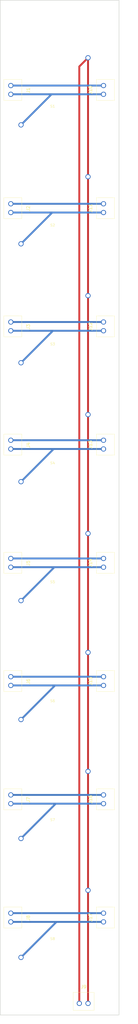
<source format=kicad_pcb>
(kicad_pcb (version 20211014) (generator pcbnew)
  (layers (0 "F.Cu" signal) (31 "B.Cu" signal) (34 "B.Paste" user) (35 "F.Paste" user) (36 "B.SilkS" user "B.Silkscreen") (37 "F.SilkS" user "F.Silkscreen") (38 "B.Mask" user) (39 "F.Mask" user) (44 "Edge.Cuts" user))
  (net 0 "")
  (net 1 "Net-(J10-Pad2)")
  (net 2 "Net-(J11-Pad2)")
  (net 3 "Net-(J12-Pad2)")
  (net 4 "Net-(J13-Pad2)")
  (net 5 "Net-(J14-Pad2)")
  (net 6 "Net-(J15-Pad2)")
  (net 7 "Net-(J16-Pad2)")
  (net 8 "Net-(J17-Pad1)")
  (net 9 "Net-(J17-Pad2)")
  (net 10 "Net-(J10-Pad1)")
  (net 11 "Net-(J11-Pad1)")
  (net 12 "Net-(J12-Pad1)")
  (net 13 "Net-(J13-Pad1)")
  (net 14 "Net-(J14-Pad1)")
  (net 15 "Net-(J15-Pad1)")
  (net 16 "Net-(J16-Pad1)")
  (net 17 "Net-(S1-Pad1)")
  (footprint "OQ0212500000G:OQ0212500000G" (layer "F.Cu") (at 65.6944 296.02974 -90)
    (fp_text reference "J15" (at 1.7526 5.2324 -90) (layer "F.SilkS") (effects (font (size 1.27 1.27) (thickness 0.254))))
    (fp_text value "OQ0212500000G" hide)
    (fp_line (start 5.95 -4.4) (end 5.95 2.8) (layer "F.SilkS") (width 0.1))
    (fp_line (start -2.45 2.8) (end -2.45 -4.4) (layer "F.SilkS") (width 0.1))
    (fp_line (start -2.45 -4.4) (end 5.95 -4.4) (layer "F.SilkS") (width 0.1))
    (fp_line (start 5.95 2.8) (end -2.45 2.8) (layer "F.SilkS") (width 0.1))
    (pad "1" thru_hole circle (at 0 0 270) (size 2.1 2.1) (drill 1.4) (layers *.Cu *.Mask) (net 15 "Net-(J15-Pad1)"))
    (pad "2" thru_hole circle (at 3.5 0 270) (size 2.1 2.1) (drill 1.4) (layers *.Cu *.Mask) (net 6 "Net-(J15-Pad2)"))
  )
  (footprint "OQ0212500000G:OQ0212500000G" (layer "F.Cu") (at 28.5242 59.2836 -90)
    (fp_text reference "J1" (at 1.905 -7.0104 90) (layer "F.SilkS") (effects (font (size 1.27 1.27) (thickness 0.254))))
    (fp_text value "OQ0212500000G" hide)
    (fp_line (start -2.45 2.8) (end -2.45 -4.4) (layer "F.SilkS") (width 0.1))
    (fp_line (start -2.45 -4.4) (end 5.95 -4.4) (layer "F.SilkS") (width 0.1))
    (fp_line (start 5.95 2.8) (end -2.45 2.8) (layer "F.SilkS") (width 0.1))
    (fp_line (start 5.95 -4.4) (end 5.95 2.8) (layer "F.SilkS") (width 0.1))
    (pad "1" thru_hole circle (at 0 0 270) (size 2.1 2.1) (drill 1.4) (layers *.Cu *.Mask) (net 10 "Net-(J10-Pad1)"))
    (pad "2" thru_hole circle (at 3.5 0 270) (size 2.1 2.1) (drill 1.4) (layers *.Cu *.Mask) (net 1 "Net-(J10-Pad2)"))
  )
  (footprint "GP560_V03:GP560_V03" (layer "F.Cu") (at 32.61 170.2986)
    (fp_text reference "S3" (at 12.6746 -7.4676 unlocked) (layer "F.SilkS"))
    (fp_text value "GP560_V03")
    (pad "1" thru_hole circle (at 26.87 -26.87) (size 2.1 2.1) (drill 1.4) (layers *.Cu *.Mask) (net 17 "Net-(S1-Pad1)"))
    (pad "2" thru_hole circle (at 0 0) (size 2.1 2.1) (drill 1.4) (layers *.Cu *.Mask) (net 3 "Net-(J12-Pad2)"))
  )
  (footprint "OQ0212500000G:OQ0212500000G" (layer "F.Cu") (at 65.6944 59.2836 -90)
    (fp_text reference "J10" (at 1.7526 5.2324 -90) (layer "F.SilkS") (effects (font (size 1.27 1.27) (thickness 0.254))))
    (fp_text value "OQ0212500000G" hide)
    (fp_line (start 5.95 -4.4) (end 5.95 2.8) (layer "F.SilkS") (width 0.1))
    (fp_line (start -2.45 -4.4) (end 5.95 -4.4) (layer "F.SilkS") (width 0.1))
    (fp_line (start 5.95 2.8) (end -2.45 2.8) (layer "F.SilkS") (width 0.1))
    (fp_line (start -2.45 2.8) (end -2.45 -4.4) (layer "F.SilkS") (width 0.1))
    (pad "1" thru_hole circle (at 0 0 270) (size 2.1 2.1) (drill 1.4) (layers *.Cu *.Mask) (net 10 "Net-(J10-Pad1)"))
    (pad "2" thru_hole circle (at 3.5 0 270) (size 2.1 2.1) (drill 1.4) (layers *.Cu *.Mask) (net 1 "Net-(J10-Pad2)"))
  )
  (footprint "GP560_V03:GP560_V03" (layer "F.Cu") (at 32.61 408.4486)
    (fp_text reference "S8" (at 12.6746 -7.4676 unlocked) (layer "F.SilkS"))
    (fp_text value "GP560_V03")
    (pad "1" thru_hole circle (at 26.87 -26.87) (size 2.1 2.1) (drill 1.4) (layers *.Cu *.Mask) (net 17 "Net-(S1-Pad1)"))
    (pad "2" thru_hole circle (at 0 0) (size 2.1 2.1) (drill 1.4) (layers *.Cu *.Mask) (net 9 "Net-(J17-Pad2)"))
  )
  (footprint "GP560_V03:GP560_V03" (layer "F.Cu") (at 32.61 122.6686)
    (fp_text reference "S2" (at 12.6746 -7.4676 unlocked) (layer "F.SilkS"))
    (fp_text value "GP560_V03")
    (pad "1" thru_hole circle (at 26.87 -26.87) (size 2.1 2.1) (drill 1.4) (layers *.Cu *.Mask) (net 17 "Net-(S1-Pad1)"))
    (pad "2" thru_hole circle (at 0 0) (size 2.1 2.1) (drill 1.4) (layers *.Cu *.Mask) (net 2 "Net-(J11-Pad2)"))
  )
  (footprint "OQ0212500000G:OQ0212500000G" (layer "F.Cu") (at 28.5242 248.680512 -90)
    (fp_text reference "J5" (at 1.905 -7.0104 90) (layer "F.SilkS") (effects (font (size 1.27 1.27) (thickness 0.254))))
    (fp_text value "OQ0212500000G" hide)
    (fp_line (start 5.95 2.8) (end -2.45 2.8) (layer "F.SilkS") (width 0.1))
    (fp_line (start -2.45 -4.4) (end 5.95 -4.4) (layer "F.SilkS") (width 0.1))
    (fp_line (start 5.95 -4.4) (end 5.95 2.8) (layer "F.SilkS") (width 0.1))
    (fp_line (start -2.45 2.8) (end -2.45 -4.4) (layer "F.SilkS") (width 0.1))
    (pad "1" thru_hole circle (at 0 0 270) (size 2.1 2.1) (drill 1.4) (layers *.Cu *.Mask) (net 14 "Net-(J14-Pad1)"))
    (pad "2" thru_hole circle (at 3.5 0 270) (size 2.1 2.1) (drill 1.4) (layers *.Cu *.Mask) (net 5 "Net-(J14-Pad2)"))
  )
  (footprint "OQ0212500000G:OQ0212500000G" (layer "F.Cu") (at 65.6944 201.331284 -90)
    (fp_text reference "J13" (at 1.7526 5.2324 -90) (layer "F.SilkS") (effects (font (size 1.27 1.27) (thickness 0.254))))
    (fp_text value "OQ0212500000G" hide)
    (fp_line (start -2.45 2.8) (end -2.45 -4.4) (layer "F.SilkS") (width 0.1))
    (fp_line (start 5.95 -4.4) (end 5.95 2.8) (layer "F.SilkS") (width 0.1))
    (fp_line (start -2.45 -4.4) (end 5.95 -4.4) (layer "F.SilkS") (width 0.1))
    (fp_line (start 5.95 2.8) (end -2.45 2.8) (layer "F.SilkS") (width 0.1))
    (pad "1" thru_hole circle (at 0 0 270) (size 2.1 2.1) (drill 1.4) (layers *.Cu *.Mask) (net 13 "Net-(J13-Pad1)"))
    (pad "2" thru_hole circle (at 3.5 0 270) (size 2.1 2.1) (drill 1.4) (layers *.Cu *.Mask) (net 4 "Net-(J13-Pad2)"))
  )
  (footprint "GP560_V03:GP560_V03" (layer "F.Cu") (at 32.61 265.5586)
    (fp_text reference "S5" (at 12.6746 -7.4676 unlocked) (layer "F.SilkS"))
    (fp_text value "GP560_V03")
    (pad "1" thru_hole circle (at 26.87 -26.87) (size 2.1 2.1) (drill 1.4) (layers *.Cu *.Mask) (net 17 "Net-(S1-Pad1)"))
    (pad "2" thru_hole circle (at 0 0) (size 2.1 2.1) (drill 1.4) (layers *.Cu *.Mask) (net 5 "Net-(J14-Pad2)"))
  )
  (footprint "OQ0212500000G:OQ0212500000G" (layer "F.Cu") (at 28.5242 390.7282 -90)
    (fp_text reference "J8" (at 1.905 -7.0104 90) (layer "F.SilkS") (effects (font (size 1.27 1.27) (thickness 0.254))))
    (fp_text value "OQ0212500000G" hide)
    (fp_line (start 5.95 -4.4) (end 5.95 2.8) (layer "F.SilkS") (width 0.1))
    (fp_line (start 5.95 2.8) (end -2.45 2.8) (layer "F.SilkS") (width 0.1))
    (fp_line (start -2.45 -4.4) (end 5.95 -4.4) (layer "F.SilkS") (width 0.1))
    (fp_line (start -2.45 2.8) (end -2.45 -4.4) (layer "F.SilkS") (width 0.1))
    (pad "1" thru_hole circle (at 0 0 270) (size 2.1 2.1) (drill 1.4) (layers *.Cu *.Mask) (net 8 "Net-(J17-Pad1)"))
    (pad "2" thru_hole circle (at 3.5 0 270) (size 2.1 2.1) (drill 1.4) (layers *.Cu *.Mask) (net 9 "Net-(J17-Pad2)"))
  )
  (footprint "GP560_V03:GP560_V03" (layer "F.Cu") (at 32.61 217.9286)
    (fp_text reference "S4" (at 12.6746 -7.4676 unlocked) (layer "F.SilkS"))
    (fp_text value "GP560_V03")
    (pad "1" thru_hole circle (at 26.87 -26.87) (size 2.1 2.1) (drill 1.4) (layers *.Cu *.Mask) (net 17 "Net-(S1-Pad1)"))
    (pad "2" thru_hole circle (at 0 0) (size 2.1 2.1) (drill 1.4) (layers *.Cu *.Mask) (net 4 "Net-(J13-Pad2)"))
  )
  (footprint "OQ0212500000G:OQ0212500000G" (layer "F.Cu") (at 28.5242 153.982056 -90)
    (fp_text reference "J3" (at 1.905 -7.0104 90) (layer "F.SilkS") (effects (font (size 1.27 1.27) (thickness 0.254))))
    (fp_text value "OQ0212500000G" hide)
    (fp_line (start 5.95 -4.4) (end 5.95 2.8) (layer "F.SilkS") (width 0.1))
    (fp_line (start -2.45 2.8) (end -2.45 -4.4) (layer "F.SilkS") (width 0.1))
    (fp_line (start 5.95 2.8) (end -2.45 2.8) (layer "F.SilkS") (width 0.1))
    (fp_line (start -2.45 -4.4) (end 5.95 -4.4) (layer "F.SilkS") (width 0.1))
    (pad "1" thru_hole circle (at 0 0 270) (size 2.1 2.1) (drill 1.4) (layers *.Cu *.Mask) (net 12 "Net-(J12-Pad1)"))
    (pad "2" thru_hole circle (at 3.5 0 270) (size 2.1 2.1) (drill 1.4) (layers *.Cu *.Mask) (net 3 "Net-(J12-Pad2)"))
  )
  (footprint "OQ0212500000G:OQ0212500000G" (layer "F.Cu") (at 28.5242 343.378968 -90)
    (fp_text reference "J7" (at 1.905 -7.0104 90) (layer "F.SilkS") (effects (font (size 1.27 1.27) (thickness 0.254))))
    (fp_text value "OQ0212500000G" hide)
    (fp_line (start -2.45 -4.4) (end 5.95 -4.4) (layer "F.SilkS") (width 0.1))
    (fp_line (start 5.95 2.8) (end -2.45 2.8) (layer "F.SilkS") (width 0.1))
    (fp_line (start -2.45 2.8) (end -2.45 -4.4) (layer "F.SilkS") (width 0.1))
    (fp_line (start 5.95 -4.4) (end 5.95 2.8) (layer "F.SilkS") (width 0.1))
    (pad "1" thru_hole circle (at 0 0 270) (size 2.1 2.1) (drill 1.4) (layers *.Cu *.Mask) (net 16 "Net-(J16-Pad1)"))
    (pad "2" thru_hole circle (at 3.5 0 270) (size 2.1 2.1) (drill 1.4) (layers *.Cu *.Mask) (net 7 "Net-(J16-Pad2)"))
  )
  (footprint "OQ0212500000G:OQ0212500000G" (layer "F.Cu") (at 65.6944 106.632828 -90)
    (fp_text reference "J11" (at 1.7526 5.2324 -90) (layer "F.SilkS") (effects (font (size 1.27 1.27) (thickness 0.254))))
    (fp_text value "OQ0212500000G" hide)
    (fp_line (start 5.95 2.8) (end -2.45 2.8) (layer "F.SilkS") (width 0.1))
    (fp_line (start -2.45 -4.4) (end 5.95 -4.4) (layer "F.SilkS") (width 0.1))
    (fp_line (start -2.45 2.8) (end -2.45 -4.4) (layer "F.SilkS") (width 0.1))
    (fp_line (start 5.95 -4.4) (end 5.95 2.8) (layer "F.SilkS") (width 0.1))
    (pad "1" thru_hole circle (at 0 0 270) (size 2.1 2.1) (drill 1.4) (layers *.Cu *.Mask) (net 11 "Net-(J11-Pad1)"))
    (pad "2" thru_hole circle (at 3.5 0 270) (size 2.1 2.1) (drill 1.4) (layers *.Cu *.Mask) (net 2 "Net-(J11-Pad2)"))
  )
  (footprint "OQ0212500000G:OQ0212500000G" (layer "F.Cu") (at 28.5242 106.632828 -90)
    (fp_text reference "J2" (at 1.905 -7.0104 90) (layer "F.SilkS") (effects (font (size 1.27 1.27) (thickness 0.254))))
    (fp_text value "OQ0212500000G" hide)
    (fp_line (start -2.45 -4.4) (end 5.95 -4.4) (layer "F.SilkS") (width 0.1))
    (fp_line (start 5.95 2.8) (end -2.45 2.8) (layer "F.SilkS") (width 0.1))
    (fp_line (start 5.95 -4.4) (end 5.95 2.8) (layer "F.SilkS") (width 0.1))
    (fp_line (start -2.45 2.8) (end -2.45 -4.4) (layer "F.SilkS") (width 0.1))
    (pad "1" thru_hole circle (at 0 0 270) (size 2.1 2.1) (drill 1.4) (layers *.Cu *.Mask) (net 11 "Net-(J11-Pad1)"))
    (pad "2" thru_hole circle (at 3.5 0 270) (size 2.1 2.1) (drill 1.4) (layers *.Cu *.Mask) (net 2 "Net-(J11-Pad2)"))
  )
  (footprint "GP560_V03:GP560_V03" (layer "F.Cu") (at 32.61 313.1886)
    (fp_text reference "S6" (at 12.6746 -7.4676 unlocked) (layer "F.SilkS"))
    (fp_text value "GP560_V03")
    (pad "1" thru_hole circle (at 26.87 -26.87) (size 2.1 2.1) (drill 1.4) (layers *.Cu *.Mask) (net 17 "Net-(S1-Pad1)"))
    (pad "2" thru_hole circle (at 0 0) (size 2.1 2.1) (drill 1.4) (layers *.Cu *.Mask) (net 6 "Net-(J15-Pad2)"))
  )
  (footprint "GP560_V03:GP560_V03" (layer "F.Cu") (at 32.61 75.0386)
    (fp_text reference "S1" (at 12.6746 -7.4676 unlocked) (layer "F.SilkS"))
    (fp_text value "GP560_V03")
    (pad "1" thru_hole circle (at 26.87 -26.87) (size 2.1 2.1) (drill 1.4) (layers *.Cu *.Mask) (net 17 "Net-(S1-Pad1)"))
    (pad "2" thru_hole circle (at 0 0) (size 2.1 2.1) (drill 1.4) (layers *.Cu *.Mask) (net 1 "Net-(J10-Pad2)"))
  )
  (footprint "OQ0212500000G:OQ0212500000G" (layer "F.Cu") (at 65.6944 153.982056 -90)
    (fp_text reference "J12" (at 1.7526 5.2324 -90) (layer "F.SilkS") (effects (font (size 1.27 1.27) (thickness 0.254))))
    (fp_text value "OQ0212500000G" hide)
    (fp_line (start -2.45 -4.4) (end 5.95 -4.4) (layer "F.SilkS") (width 0.1))
    (fp_line (start 5.95 -4.4) (end 5.95 2.8) (layer "F.SilkS") (width 0.1))
    (fp_line (start 5.95 2.8) (end -2.45 2.8) (layer "F.SilkS") (width 0.1))
    (fp_line (start -2.45 2.8) (end -2.45 -4.4) (layer "F.SilkS") (width 0.1))
    (pad "1" thru_hole circle (at 0 0 270) (size 2.1 2.1) (drill 1.4) (layers *.Cu *.Mask) (net 12 "Net-(J12-Pad1)"))
    (pad "2" thru_hole circle (at 3.5 0 270) (size 2.1 2.1) (drill 1.4) (layers *.Cu *.Mask) (net 3 "Net-(J12-Pad2)"))
  )
  (footprint "OQ0212500000G:OQ0212500000G" (layer "F.Cu") (at 65.6944 343.378968 -90)
    (fp_text reference "J16" (at 1.7526 5.2324 -90) (layer "F.SilkS") (effects (font (size 1.27 1.27) (thickness 0.254))))
    (fp_text value "OQ0212500000G" hide)
    (fp_line (start 5.95 2.8) (end -2.45 2.8) (layer "F.SilkS") (width 0.1))
    (fp_line (start -2.45 -4.4) (end 5.95 -4.4) (layer "F.SilkS") (width 0.1))
    (fp_line (start -2.45 2.8) (end -2.45 -4.4) (layer "F.SilkS") (width 0.1))
    (fp_line (start 5.95 -4.4) (end 5.95 2.8) (layer "F.SilkS") (width 0.1))
    (pad "1" thru_hole circle (at 0 0 270) (size 2.1 2.1) (drill 1.4) (layers *.Cu *.Mask) (net 16 "Net-(J16-Pad1)"))
    (pad "2" thru_hole circle (at 3.5 0 270) (size 2.1 2.1) (drill 1.4) (layers *.Cu *.Mask) (net 7 "Net-(J16-Pad2)"))
  )
  (footprint "OQ0212500000G:OQ0212500000G" (layer "F.Cu") (at 28.5242 296.02974 -90)
    (fp_text reference "J6" (at 1.905 -7.0104 90) (layer "F.SilkS") (effects (font (size 1.27 1.27) (thickness 0.254))))
    (fp_text value "OQ0212500000G" hide)
    (fp_line (start 5.95 2.8) (end -2.45 2.8) (layer "F.SilkS") (width 0.1))
    (fp_line (start -2.45 -4.4) (end 5.95 -4.4) (layer "F.SilkS") (width 0.1))
    (fp_line (start 5.95 -4.4) (end 5.95 2.8) (layer "F.SilkS") (width 0.1))
    (fp_line (start -2.45 2.8) (end -2.45 -4.4) (layer "F.SilkS") (width 0.1))
    (pad "1" thru_hole circle (at 0 0 270) (size 2.1 2.1) (drill 1.4) (layers *.Cu *.Mask) (net 15 "Net-(J15-Pad1)"))
    (pad "2" thru_hole circle (at 3.5 0 270) (size 2.1 2.1) (drill 1.4) (layers *.Cu *.Mask) (net 6 "Net-(J15-Pad2)"))
  )
  (footprint "GP560_V03:GP560_V03" (layer "F.Cu") (at 32.61 360.8186)
    (fp_text reference "S7" (at 12.6746 -7.4676 unlocked) (layer "F.SilkS"))
    (fp_text value "GP560_V03")
    (pad "1" thru_hole circle (at 26.87 -26.87) (size 2.1 2.1) (drill 1.4) (layers *.Cu *.Mask) (net 17 "Net-(S1-Pad1)"))
    (pad "2" thru_hole circle (at 0 0) (size 2.1 2.1) (drill 1.4) (layers *.Cu *.Mask) (net 7 "Net-(J16-Pad2)"))
  )
  (footprint "OQ0212500000G:OQ0212500000G" (layer "F.Cu") (at 55.9892 426.8596)
    (fp_text reference "J9" (at 1.75 -6.5912) (layer "F.SilkS") (effects (font (size 1.27 1.27) (thickness 0.254))))
    (fp_text value "OQ0212500000G" hide)
    (fp_line (start -2.45 -4.4) (end 5.95 -4.4) (layer "F.SilkS") (width 0.1))
    (fp_line (start -2.45 2.8) (end -2.45 -4.4) (layer "F.SilkS") (width 0.1))
    (fp_line (start 5.95 -4.4) (end 5.95 2.8) (layer "F.SilkS") (width 0.1))
    (fp_line (start 5.95 2.8) (end -2.45 2.8) (layer "F.SilkS") (width 0.1))
    (pad "1" thru_hole circle (at 0 0) (size 2.1 2.1) (drill 1.4) (layers *.Cu *.Mask) (net 17 "Net-(S1-Pad1)"))
    (pad "2" thru_hole circle (at 3.5 0) (size 2.1 2.1) (drill 1.4) (layers *.Cu *.Mask) (net 17 "Net-(S1-Pad1)"))
  )
  (footprint "OQ0212500000G:OQ0212500000G" (layer "F.Cu") (at 65.6944 248.680512 -90)
    (fp_text reference "J14" (at 1.7526 5.2324 -90) (layer "F.SilkS") (effects (font (size 1.27 1.27) (thickness 0.254))))
    (fp_text value "OQ0212500000G" hide)
    (fp_line (start -2.45 -4.4) (end 5.95 -4.4) (layer "F.SilkS") (width 0.1))
    (fp_line (start 5.95 2.8) (end -2.45 2.8) (layer "F.SilkS") (width 0.1))
    (fp_line (start 5.95 -4.4) (end 5.95 2.8) (layer "F.SilkS") (width 0.1))
    (fp_line (start -2.45 2.8) (end -2.45 -4.4) (layer "F.SilkS") (width 0.1))
    (pad "1" thru_hole circle (at 0 0 270) (size 2.1 2.1) (drill 1.4) (layers *.Cu *.Mask) (net 14 "Net-(J14-Pad1)"))
    (pad "2" thru_hole circle (at 3.5 0 270) (size 2.1 2.1) (drill 1.4) (layers *.Cu *.Mask) (net 5 "Net-(J14-Pad2)"))
  )
  (footprint "OQ0212500000G:OQ0212500000G" (layer "F.Cu") (at 65.6944 390.7282 -90)
    (fp_text reference "J17" (at 1.7526 5.2324 -90) (layer "F.SilkS") (effects (font (size 1.27 1.27) (thickness 0.254))))
    (fp_text value "OQ0212500000G" hide)
    (fp_line (start 5.95 -4.4) (end 5.95 2.8) (layer "F.SilkS") (width 0.1))
    (fp_line (start 5.95 2.8) (end -2.45 2.8) (layer "F.SilkS") (width 0.1))
    (fp_line (start -2.45 2.8) (end -2.45 -4.4) (layer "F.SilkS") (width 0.1))
    (fp_line (start -2.45 -4.4) (end 5.95 -4.4) (layer "F.SilkS") (width 0.1))
    (pad "1" thru_hole circle (at 0 0 270) (size 2.1 2.1) (drill 1.4) (layers *.Cu *.Mask) (net 8 "Net-(J17-Pad1)"))
    (pad "2" thru_hole circle (at 3.5 0 270) (size 2.1 2.1) (drill 1.4) (layers *.Cu *.Mask) (net 9 "Net-(J17-Pad2)"))
  )
  (footprint "OQ0212500000G:OQ0212500000G" (layer "F.Cu") (at 28.5242 201.331284 -90)
    (fp_text reference "J4" (at 1.905 -7.0104 90) (layer "F.SilkS") (effects (font (size 1.27 1.27) (thickness 0.254))))
    (fp_text value "OQ0212500000G" hide)
    (fp_line (start 5.95 2.8) (end -2.45 2.8) (layer "F.SilkS") (width 0.1))
    (fp_line (start -2.45 2.8) (end -2.45 -4.4) (layer "F.SilkS") (width 0.1))
    (fp_line (start 5.95 -4.4) (end 5.95 2.8) (layer "F.SilkS") (width 0.1))
    (fp_line (start -2.45 -4.4) (end 5.95 -4.4) (layer "F.SilkS") (width 0.1))
    (pad "1" thru_hole circle (at 0 0 270) (size 2.1 2.1) (drill 1.4) (layers *.Cu *.Mask) (net 13 "Net-(J13-Pad1)"))
    (pad "2" thru_hole circle (at 3.5 0 270) (size 2.1 2.1) (drill 1.4) (layers *.Cu *.Mask) (net 4 "Net-(J13-Pad2)"))
  )
  (gr_rect (start 24.2824 431.5206) (end 71.9124 25.1206) (layer "Edge.Cuts") (width 0.2) (fill none))
  (segment (start 44.865 62.7836) (end 44.9378 62.7836) (width 0.762) (layer "B.Cu") (net 1))
  (segment (start 44.9378 62.7836) (end 65.6944 62.7836) (width 0.762) (layer "B.Cu") (net 1))
  (segment (start 28.5242 62.7836) (end 44.9378 62.7836) (width 0.762) (layer "B.Cu") (net 1))
  (segment (start 32.61 75.0386) (end 44.865 62.7836) (width 0.762) (layer "B.Cu") (net 1))
  (segment (start 65.6944 110.132828) (end 45.213572 110.132828) (width 0.762) (layer "B.Cu") (net 2))
  (segment (start 45.213572 110.132828) (end 28.5242 110.132828) (width 0.762) (layer "B.Cu") (net 2))
  (segment (start 32.61 122.6686) (end 45.145772 110.132828) (width 0.762) (layer "B.Cu") (net 2))
  (segment (start 45.145772 110.132828) (end 45.213572 110.132828) (width 0.762) (layer "B.Cu") (net 2))
  (segment (start 65.6944 157.482056) (end 45.489344 157.482056) (width 0.762) (layer "B.Cu") (net 3))
  (segment (start 45.489344 157.482056) (end 28.5242 157.482056) (width 0.762) (layer "B.Cu") (net 3))
  (segment (start 32.61 170.2986) (end 45.426544 157.482056) (width 0.762) (layer "B.Cu") (net 3))
  (segment (start 45.426544 157.482056) (end 45.489344 157.482056) (width 0.762) (layer "B.Cu") (net 3))
  (segment (start 32.61 217.9286) (end 45.624084 204.914516) (width 0.762) (layer "B.Cu") (net 4))
  (segment (start 65.6944 204.831284) (end 45.624084 204.831284) (width 0.762) (layer "B.Cu") (net 4))
  (segment (start 45.624084 204.831284) (end 28.5242 204.831284) (width 0.762) (layer "B.Cu") (net 4))
  (segment (start 45.624084 204.914516) (end 45.624084 204.831284) (width 0.762) (layer "B.Cu") (net 4))
  (segment (start 45.988088 252.180512) (end 45.990088 252.180512) (width 0.762) (layer "B.Cu") (net 5))
  (segment (start 45.990088 252.180512) (end 28.5242 252.180512) (width 0.762) (layer "B.Cu") (net 5))
  (segment (start 65.6944 252.180512) (end 45.990088 252.180512) (width 0.762) (layer "B.Cu") (net 5))
  (segment (start 32.61 265.5586) (end 45.988088 252.180512) (width 0.762) (layer "B.Cu") (net 5))
  (segment (start 46.26886 299.52974) (end 46.41874 299.52974) (width 0.762) (layer "B.Cu") (net 6))
  (segment (start 32.61 313.1886) (end 46.26886 299.52974) (width 0.762) (layer "B.Cu") (net 6))
  (segment (start 65.6944 299.52974) (end 46.41874 299.52974) (width 0.762) (layer "B.Cu") (net 6))
  (segment (start 46.41874 299.52974) (end 28.5242 299.52974) (width 0.762) (layer "B.Cu") (net 6))
  (segment (start 32.61 360.8186) (end 46.516232 346.912368) (width 0.762) (layer "B.Cu") (net 7))
  (segment (start 46.516232 346.878968) (end 28.5242 346.878968) (width 0.762) (layer "B.Cu") (net 7))
  (segment (start 65.6944 346.878968) (end 46.516232 346.878968) (width 0.762) (layer "B.Cu") (net 7))
  (segment (start 46.516232 346.912368) (end 46.516232 346.878968) (width 0.762) (layer "B.Cu") (net 7))
  (segment (start 28.5242 390.7282) (end 65.6944 390.7282) (width 0.762) (layer "B.Cu") (net 8))
  (segment (start 32.61 408.4486) (end 46.7308 394.3278) (width 0.762) (layer "B.Cu") (net 9))
  (segment (start 46.7308 394.3278) (end 46.7308 394.2282) (width 0.762) (layer "B.Cu") (net 9))
  (segment (start 46.7308 394.2282) (end 28.5242 394.2282) (width 0.762) (layer "B.Cu") (net 9))
  (segment (start 65.6944 394.2282) (end 46.7308 394.2282) (width 0.762) (layer "B.Cu") (net 9))
  (segment (start 65.6944 59.2836) (end 28.5242 59.2836) (width 0.762) (layer "B.Cu") (net 10))
  (segment (start 28.5242 106.632828) (end 65.6944 106.632828) (width 0.762) (layer "B.Cu") (net 11))
  (segment (start 28.5242 153.982056) (end 65.6944 153.982056) (width 0.762) (layer "B.Cu") (net 12))
  (segment (start 28.5242 201.331284) (end 65.6944 201.331284) (width 0.762) (layer "B.Cu") (net 13))
  (segment (start 28.5242 248.680512) (end 65.6944 248.680512) (width 0.762) (layer "B.Cu") (net 14))
  (segment (start 28.5242 296.02974) (end 65.6944 296.02974) (width 0.762) (layer "B.Cu") (net 15))
  (segment (start 28.5242 343.378968) (end 65.6944 343.378968) (width 0.762) (layer "B.Cu") (net 16))
  (segment (start 59.4892 48.1778) (end 59.48 48.1686) (width 0.762) (layer "F.Cu") (net 17))
  (segment (start 55.9892 51.6594) (end 59.48 48.1686) (width 0.762) (layer "F.Cu") (net 17))
  (segment (start 59.4892 426.8596) (end 59.4892 48.1778) (width 0.762) (layer "F.Cu") (net 17))
  (segment (start 55.9892 426.8596) (end 55.9892 51.6594) (width 0.762) (layer "F.Cu") (net 17))
)
</source>
